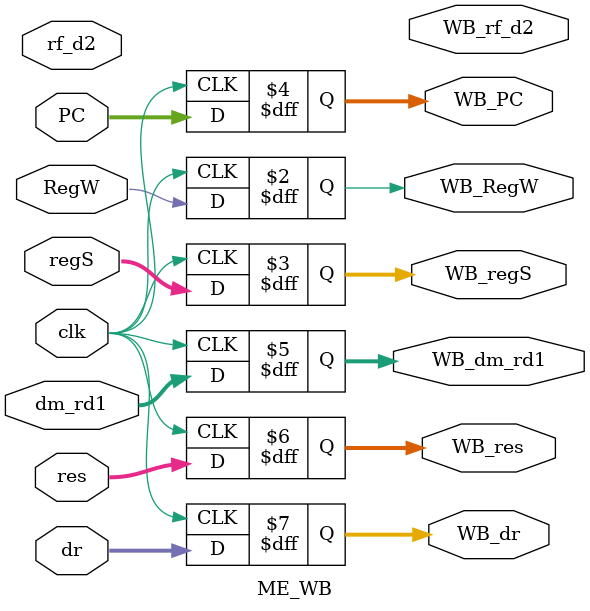
<source format=v>
`timescale 1ns / 1ps


module ME_WB(
    input clk,
    input RegW,
    input [1:0] regS,
    input [31:0] PC,
    input [31:0] dm_rd1,
    input [31:0] res,
    input [4:0] dr,
    input [31:0] rf_d2,

    output reg WB_RegW,
    output reg [1:0] WB_regS,
    output reg [31:0] WB_PC,
    output reg [31:0] WB_dm_rd1,
    output reg [31:0] WB_res,
    output reg [4:0] WB_dr,
    output reg [31:0] WB_rf_d2  //没用
);
always@(posedge clk) begin
    WB_RegW <= RegW;
    WB_regS <= regS;
    WB_PC <= PC;
    WB_dm_rd1 <= dm_rd1;
    WB_res <= res;
    WB_dr <= dr;
end

endmodule

</source>
